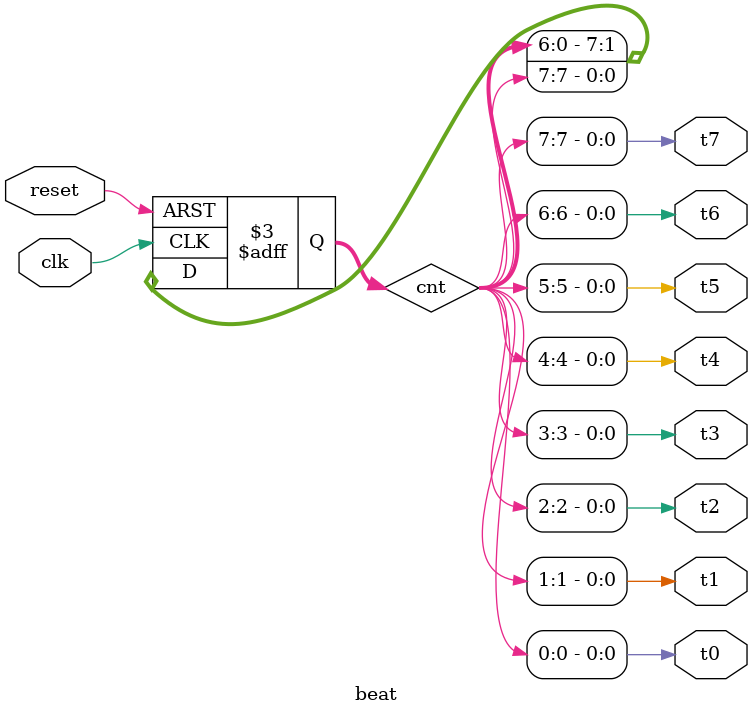
<source format=v>
module beat(
	clk,
	reset,
	t0,t1,t2,t3,t4,t5,t6,t7
);

input clk, reset;
output t0,t1,t2,t3,t4,t5,t6,t7;

reg [7:0] cnt;

assign t0 = cnt[0];
assign t1 = cnt[1];
assign t2 = cnt[2];
assign t3 = cnt[3];
assign t4 = cnt[4];
assign t5 = cnt[5];
assign t6 = cnt[6];
assign t7 = cnt[7];

always @ (posedge clk, negedge reset)
begin
	if(!reset)
	begin
		cnt = 1;
	end
	else
	begin
		cnt <= {cnt[6:0], cnt[7]};
	end
end


endmodule
</source>
